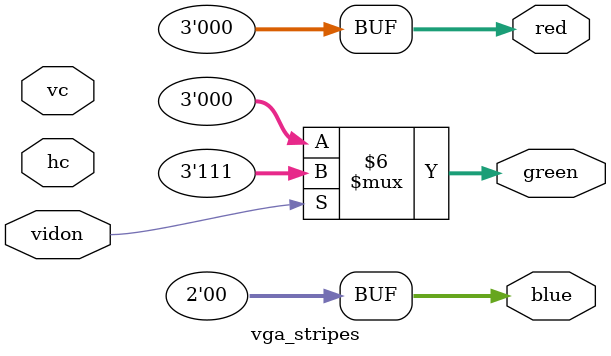
<source format=v>
module vga_stripes(
    input wire vidon,
    input wire [10:0] hc, vc,

    output reg [2:0] red, green,
    output reg [1:0] blue
);

// output red, green stripes 16 lines wide
always@(*)
    begin
        red = 0;
        green = 0;
        blue = 0;
        if (vidon == 1)
            begin
                red = 0;
                green = 3'b111;
                blue = 0;
            end
    end
endmodule
</source>
